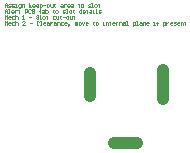
<source format=gm1>
%FSLAX25Y25*%
%MOIN*%
G70*
G01*
G75*
G04 Layer_Color=16711935*
%ADD10C,0.01000*%
%ADD11C,0.03937*%
%ADD12C,0.05512*%
%ADD13C,0.05906*%
%ADD14R,0.05906X0.05906*%
%ADD15O,0.05906X0.15748*%
%ADD16O,0.15748X0.05906*%
%ADD17O,0.05906X0.17716*%
%ADD18O,0.15748X0.07874*%
%ADD19O,0.07874X0.15748*%
%ADD20O,0.07874X0.17716*%
%ADD21R,0.04921X0.04921*%
%ADD22C,0.04921*%
%ADD23R,0.04921X0.04921*%
%ADD24R,0.07284X0.07284*%
%ADD25C,0.07284*%
%ADD26C,0.04724*%
%ADD27C,0.07874*%
%ADD28R,0.07874X0.07874*%
%ADD29R,0.05906X0.05906*%
%ADD30C,0.00787*%
%ADD31C,0.00984*%
%ADD32C,0.02362*%
%ADD33C,0.00591*%
%ADD34R,0.11024X0.03150*%
%ADD35C,0.03937*%
%ADD36C,0.00118*%
D35*
X239937Y451079D02*
Y460921D01*
X223402Y436315D02*
X231276D01*
X215528Y452063D02*
Y459937D01*
D36*
X187126Y479881D02*
Y480669D01*
X187520Y481062D01*
X187913Y480669D01*
Y479881D01*
Y480472D01*
X187126D01*
X188307Y479881D02*
X188700D01*
X188504D01*
Y481062D01*
X188307D01*
X189881Y479881D02*
X189487D01*
X189291Y480078D01*
Y480472D01*
X189487Y480669D01*
X189881D01*
X190078Y480472D01*
Y480275D01*
X189291D01*
X190471Y480669D02*
Y479881D01*
Y480275D01*
X190668Y480472D01*
X190865Y480669D01*
X191062D01*
X191849Y480865D02*
Y480669D01*
X191652D01*
X192046D01*
X191849D01*
Y480078D01*
X192046Y479881D01*
X193817D02*
Y481062D01*
X194407D01*
X194604Y480865D01*
Y480472D01*
X194407Y480275D01*
X193817D01*
X195785Y480865D02*
X195588Y481062D01*
X195194D01*
X194997Y480865D01*
Y480078D01*
X195194Y479881D01*
X195588D01*
X195785Y480078D01*
X196178Y481062D02*
Y479881D01*
X196768D01*
X196965Y480078D01*
Y480275D01*
X196768Y480472D01*
X196178D01*
X196768D01*
X196965Y480669D01*
Y480865D01*
X196768Y481062D01*
X196178D01*
X198736Y479881D02*
Y480865D01*
Y480472D01*
X198540D01*
X198933D01*
X198736D01*
Y480865D01*
X198933Y481062D01*
X199720Y480669D02*
X200114D01*
X200311Y480472D01*
Y479881D01*
X199720D01*
X199523Y480078D01*
X199720Y480275D01*
X200311D01*
X200704Y481062D02*
Y479881D01*
X201295D01*
X201491Y480078D01*
Y480275D01*
Y480472D01*
X201295Y480669D01*
X200704D01*
X203262Y480865D02*
Y480669D01*
X203066D01*
X203459D01*
X203262D01*
Y480078D01*
X203459Y479881D01*
X204246D02*
X204640D01*
X204837Y480078D01*
Y480472D01*
X204640Y480669D01*
X204246D01*
X204050Y480472D01*
Y480078D01*
X204246Y479881D01*
X206411D02*
X207001D01*
X207198Y480078D01*
X207001Y480275D01*
X206608D01*
X206411Y480472D01*
X206608Y480669D01*
X207198D01*
X207592Y479881D02*
X207985D01*
X207789D01*
Y481062D01*
X207592D01*
X208772Y479881D02*
X209166D01*
X209363Y480078D01*
Y480472D01*
X209166Y480669D01*
X208772D01*
X208576Y480472D01*
Y480078D01*
X208772Y479881D01*
X209953Y480865D02*
Y480669D01*
X209756D01*
X210150D01*
X209953D01*
Y480078D01*
X210150Y479881D01*
X212708Y481062D02*
Y479881D01*
X212118D01*
X211921Y480078D01*
Y480472D01*
X212118Y480669D01*
X212708D01*
X213692Y479881D02*
X213299D01*
X213102Y480078D01*
Y480472D01*
X213299Y480669D01*
X213692D01*
X213889Y480472D01*
Y480275D01*
X213102D01*
X214479Y480865D02*
Y480669D01*
X214282D01*
X214676D01*
X214479D01*
Y480078D01*
X214676Y479881D01*
X215463Y480669D02*
X215857D01*
X216054Y480472D01*
Y479881D01*
X215463D01*
X215266Y480078D01*
X215463Y480275D01*
X216054D01*
X216447Y479881D02*
X216841D01*
X216644D01*
Y480669D01*
X216447D01*
X217431Y479881D02*
X217825D01*
X217628D01*
Y481062D01*
X217431D01*
X218415Y479881D02*
X219005D01*
X219202Y480078D01*
X219005Y480275D01*
X218612D01*
X218415Y480472D01*
X218612Y480669D01*
X219202D01*
X187126Y481850D02*
Y482637D01*
X187520Y483031D01*
X187913Y482637D01*
Y481850D01*
Y482440D01*
X187126D01*
X188307Y481850D02*
X188897D01*
X189094Y482047D01*
X188897Y482244D01*
X188504D01*
X188307Y482440D01*
X188504Y482637D01*
X189094D01*
X189487Y481850D02*
X190078D01*
X190275Y482047D01*
X190078Y482244D01*
X189684D01*
X189487Y482440D01*
X189684Y482637D01*
X190275D01*
X190668Y481850D02*
X191062D01*
X190865D01*
Y482637D01*
X190668D01*
X192046Y481456D02*
X192242D01*
X192439Y481653D01*
Y482637D01*
X191849D01*
X191652Y482440D01*
Y482047D01*
X191849Y481850D01*
X192439D01*
X192833D02*
Y482637D01*
X193423D01*
X193620Y482440D01*
Y481850D01*
X195194D02*
Y483031D01*
Y482244D02*
X195785Y482637D01*
X195194Y482244D02*
X195785Y481850D01*
X196965D02*
X196572D01*
X196375Y482047D01*
Y482440D01*
X196572Y482637D01*
X196965D01*
X197162Y482440D01*
Y482244D01*
X196375D01*
X198146Y481850D02*
X197752D01*
X197556Y482047D01*
Y482440D01*
X197752Y482637D01*
X198146D01*
X198343Y482440D01*
Y482244D01*
X197556D01*
X198736Y481456D02*
Y482637D01*
X199327D01*
X199523Y482440D01*
Y482047D01*
X199327Y481850D01*
X198736D01*
X199917Y482440D02*
X200704D01*
X201295Y481850D02*
X201688D01*
X201885Y482047D01*
Y482440D01*
X201688Y482637D01*
X201295D01*
X201098Y482440D01*
Y482047D01*
X201295Y481850D01*
X202278Y482637D02*
Y482047D01*
X202475Y481850D01*
X203066D01*
Y482637D01*
X203656Y482834D02*
Y482637D01*
X203459D01*
X203853D01*
X203656D01*
Y482047D01*
X203853Y481850D01*
X205821Y482637D02*
X206214D01*
X206411Y482440D01*
Y481850D01*
X205821D01*
X205624Y482047D01*
X205821Y482244D01*
X206411D01*
X206805Y482637D02*
Y481850D01*
Y482244D01*
X207001Y482440D01*
X207198Y482637D01*
X207395D01*
X208576Y481850D02*
X208182D01*
X207985Y482047D01*
Y482440D01*
X208182Y482637D01*
X208576D01*
X208772Y482440D01*
Y482244D01*
X207985D01*
X209363Y482637D02*
X209756D01*
X209953Y482440D01*
Y481850D01*
X209363D01*
X209166Y482047D01*
X209363Y482244D01*
X209953D01*
X211724Y482834D02*
Y482637D01*
X211527D01*
X211921D01*
X211724D01*
Y482047D01*
X211921Y481850D01*
X212708D02*
X213102D01*
X213299Y482047D01*
Y482440D01*
X213102Y482637D01*
X212708D01*
X212511Y482440D01*
Y482047D01*
X212708Y481850D01*
X214873D02*
X215463D01*
X215660Y482047D01*
X215463Y482244D01*
X215070D01*
X214873Y482440D01*
X215070Y482637D01*
X215660D01*
X216054Y481850D02*
X216447D01*
X216250D01*
Y483031D01*
X216054D01*
X217234Y481850D02*
X217628D01*
X217825Y482047D01*
Y482440D01*
X217628Y482637D01*
X217234D01*
X217038Y482440D01*
Y482047D01*
X217234Y481850D01*
X218415Y482834D02*
Y482637D01*
X218218D01*
X218612D01*
X218415D01*
Y482047D01*
X218612Y481850D01*
X187126Y477913D02*
Y479094D01*
X187520Y478700D01*
X187913Y479094D01*
Y477913D01*
X188897D02*
X188504D01*
X188307Y478110D01*
Y478503D01*
X188504Y478700D01*
X188897D01*
X189094Y478503D01*
Y478307D01*
X188307D01*
X190275Y478700D02*
X189684D01*
X189487Y478503D01*
Y478110D01*
X189684Y477913D01*
X190275D01*
X190668Y479094D02*
Y477913D01*
Y478503D01*
X190865Y478700D01*
X191259D01*
X191455Y478503D01*
Y477913D01*
X193030D02*
X193423D01*
X193226D01*
Y479094D01*
X193030Y478897D01*
X195194Y478503D02*
X195981D01*
X198343Y478897D02*
X198146Y479094D01*
X197752D01*
X197556Y478897D01*
Y478700D01*
X197752Y478503D01*
X198146D01*
X198343Y478307D01*
Y478110D01*
X198146Y477913D01*
X197752D01*
X197556Y478110D01*
X198736Y477913D02*
X199130D01*
X198933D01*
Y479094D01*
X198736D01*
X199917Y477913D02*
X200311D01*
X200507Y478110D01*
Y478503D01*
X200311Y478700D01*
X199917D01*
X199720Y478503D01*
Y478110D01*
X199917Y477913D01*
X201098Y478897D02*
Y478700D01*
X200901D01*
X201295D01*
X201098D01*
Y478110D01*
X201295Y477913D01*
X203853Y478700D02*
X203262D01*
X203066Y478503D01*
Y478110D01*
X203262Y477913D01*
X203853D01*
X204246Y478700D02*
Y478110D01*
X204443Y477913D01*
X205034D01*
Y478700D01*
X205624Y478897D02*
Y478700D01*
X205427D01*
X205821D01*
X205624D01*
Y478110D01*
X205821Y477913D01*
X206411Y478503D02*
X207198D01*
X207789Y477913D02*
X208182D01*
X208379Y478110D01*
Y478503D01*
X208182Y478700D01*
X207789D01*
X207592Y478503D01*
Y478110D01*
X207789Y477913D01*
X208772Y478700D02*
Y478110D01*
X208969Y477913D01*
X209560D01*
Y478700D01*
X210150Y478897D02*
Y478700D01*
X209953D01*
X210347D01*
X210150D01*
Y478110D01*
X210347Y477913D01*
X187126Y475945D02*
Y477125D01*
X187520Y476732D01*
X187913Y477125D01*
Y475945D01*
X188897D02*
X188504D01*
X188307Y476141D01*
Y476535D01*
X188504Y476732D01*
X188897D01*
X189094Y476535D01*
Y476338D01*
X188307D01*
X190275Y476732D02*
X189684D01*
X189487Y476535D01*
Y476141D01*
X189684Y475945D01*
X190275D01*
X190668Y477125D02*
Y475945D01*
Y476535D01*
X190865Y476732D01*
X191259D01*
X191455Y476535D01*
Y475945D01*
X193817D02*
X193030D01*
X193817Y476732D01*
Y476928D01*
X193620Y477125D01*
X193226D01*
X193030Y476928D01*
X195391Y476535D02*
X196178D01*
X198540Y476928D02*
X198343Y477125D01*
X197949D01*
X197752Y476928D01*
Y476141D01*
X197949Y475945D01*
X198343D01*
X198540Y476141D01*
X198933Y475945D02*
X199327D01*
X199130D01*
Y477125D01*
X198933D01*
X200507Y475945D02*
X200114D01*
X199917Y476141D01*
Y476535D01*
X200114Y476732D01*
X200507D01*
X200704Y476535D01*
Y476338D01*
X199917D01*
X201295Y476732D02*
X201688D01*
X201885Y476535D01*
Y475945D01*
X201295D01*
X201098Y476141D01*
X201295Y476338D01*
X201885D01*
X202278Y476732D02*
Y475945D01*
Y476338D01*
X202475Y476535D01*
X202672Y476732D01*
X202869D01*
X203656D02*
X204050D01*
X204246Y476535D01*
Y475945D01*
X203656D01*
X203459Y476141D01*
X203656Y476338D01*
X204246D01*
X204640Y475945D02*
Y476732D01*
X205230D01*
X205427Y476535D01*
Y475945D01*
X206608Y476732D02*
X206017D01*
X205821Y476535D01*
Y476141D01*
X206017Y475945D01*
X206608D01*
X207592D02*
X207198D01*
X207001Y476141D01*
Y476535D01*
X207198Y476732D01*
X207592D01*
X207789Y476535D01*
Y476338D01*
X207001D01*
X208379Y475748D02*
X208576Y475945D01*
Y476141D01*
X208379D01*
Y475945D01*
X208576D01*
X208379Y475748D01*
X208182Y475551D01*
X210544Y475945D02*
Y476732D01*
X210740D01*
X210937Y476535D01*
Y475945D01*
Y476535D01*
X211134Y476732D01*
X211331Y476535D01*
Y475945D01*
X211921D02*
X212315D01*
X212511Y476141D01*
Y476535D01*
X212315Y476732D01*
X211921D01*
X211724Y476535D01*
Y476141D01*
X211921Y475945D01*
X212905Y476732D02*
X213299Y475945D01*
X213692Y476732D01*
X214676Y475945D02*
X214282D01*
X214086Y476141D01*
Y476535D01*
X214282Y476732D01*
X214676D01*
X214873Y476535D01*
Y476338D01*
X214086D01*
X216644Y476928D02*
Y476732D01*
X216447D01*
X216841D01*
X216644D01*
Y476141D01*
X216841Y475945D01*
X217628D02*
X218021D01*
X218218Y476141D01*
Y476535D01*
X218021Y476732D01*
X217628D01*
X217431Y476535D01*
Y476141D01*
X217628Y475945D01*
X219793D02*
X220186D01*
X219989D01*
Y476732D01*
X219793D01*
X220777Y475945D02*
Y476732D01*
X221367D01*
X221564Y476535D01*
Y475945D01*
X222154Y476928D02*
Y476732D01*
X221957D01*
X222351D01*
X222154D01*
Y476141D01*
X222351Y475945D01*
X223532D02*
X223138D01*
X222941Y476141D01*
Y476535D01*
X223138Y476732D01*
X223532D01*
X223728Y476535D01*
Y476338D01*
X222941D01*
X224122Y476732D02*
Y475945D01*
Y476338D01*
X224319Y476535D01*
X224515Y476732D01*
X224712D01*
X225303Y475945D02*
Y476732D01*
X225893D01*
X226090Y476535D01*
Y475945D01*
X226680Y476732D02*
X227074D01*
X227270Y476535D01*
Y475945D01*
X226680D01*
X226483Y476141D01*
X226680Y476338D01*
X227270D01*
X227664Y475945D02*
X228058D01*
X227861D01*
Y477125D01*
X227664D01*
X229829Y475551D02*
Y476732D01*
X230419D01*
X230616Y476535D01*
Y476141D01*
X230419Y475945D01*
X229829D01*
X231009D02*
X231403D01*
X231206D01*
Y477125D01*
X231009D01*
X232190Y476732D02*
X232584D01*
X232781Y476535D01*
Y475945D01*
X232190D01*
X231993Y476141D01*
X232190Y476338D01*
X232781D01*
X233174Y475945D02*
Y476732D01*
X233764D01*
X233961Y476535D01*
Y475945D01*
X234945D02*
X234552D01*
X234355Y476141D01*
Y476535D01*
X234552Y476732D01*
X234945D01*
X235142Y476535D01*
Y476338D01*
X234355D01*
X236716Y475945D02*
X237110D01*
X236913D01*
Y476732D01*
X236716D01*
X237897Y475945D02*
Y476928D01*
Y476535D01*
X237700D01*
X238094D01*
X237897D01*
Y476928D01*
X238094Y477125D01*
X239865Y475551D02*
Y476732D01*
X240455D01*
X240652Y476535D01*
Y476141D01*
X240455Y475945D01*
X239865D01*
X241045Y476732D02*
Y475945D01*
Y476338D01*
X241242Y476535D01*
X241439Y476732D01*
X241636D01*
X242817Y475945D02*
X242423D01*
X242226Y476141D01*
Y476535D01*
X242423Y476732D01*
X242817D01*
X243013Y476535D01*
Y476338D01*
X242226D01*
X243407Y475945D02*
X243997D01*
X244194Y476141D01*
X243997Y476338D01*
X243604D01*
X243407Y476535D01*
X243604Y476732D01*
X244194D01*
X245178Y475945D02*
X244784D01*
X244588Y476141D01*
Y476535D01*
X244784Y476732D01*
X245178D01*
X245375Y476535D01*
Y476338D01*
X244588D01*
X245768Y475945D02*
Y476732D01*
X246359D01*
X246555Y476535D01*
Y475945D01*
X247146Y476928D02*
Y476732D01*
X246949D01*
X247343D01*
X247146D01*
Y476141D01*
X247343Y475945D01*
M02*

</source>
